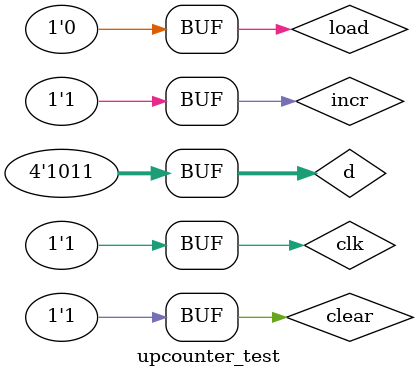
<source format=v>
`timescale 1ns / 1ps


module upcounter_test;

	// Inputs
	reg [3:0] d;
	reg clk;
	reg load;
	reg clear;
	reg incr;

	// Outputs
	wire [3:0] q;

	// Instantiate the Unit Under Test (UUT)
	upcounter uut (
		.d(d), 
		.clk(clk), 
		.load(load), 
		.clear(clear), 
		.incr(incr), 
		.q(q)
	);

	initial begin
		// Initialize Inputs
		d = 0;
		clk = 0;
		load = 0;
		clear = 0;
		incr = 0;

		// Wait 100 ns for global reset to finish
		#100;
        d = 13;
        load = 1;
        clear= 0;
        incr = 0;
		  clk=1;

       #100;
        d= 9;
        load = 1;
        clear = 0;
        incr = 1;
		  clk=0;
		  
		 #100;
			d = 14;
        load = 0;
        clear= 0;
        incr = 1;
		  clk=1;
		  
		 #100;
			d = 11;
        load = 0;
        clear= 1;
        incr = 1;
		  clk=0;
		  
		 #100;
			d = 11;
        load = 0;
        clear= 1;
        incr = 1;
		  clk=1;
        
		// Add stimulus here

	end
      
endmodule


</source>
